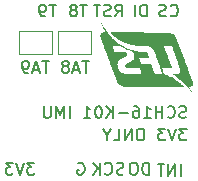
<source format=gbr>
%TF.GenerationSoftware,KiCad,Pcbnew,9.0.1*%
%TF.CreationDate,2025-06-14T19:14:14-04:00*%
%TF.ProjectId,SCH16TBreakout,53434831-3654-4427-9265-616b6f75742e,rev?*%
%TF.SameCoordinates,Original*%
%TF.FileFunction,Legend,Bot*%
%TF.FilePolarity,Positive*%
%FSLAX46Y46*%
G04 Gerber Fmt 4.6, Leading zero omitted, Abs format (unit mm)*
G04 Created by KiCad (PCBNEW 9.0.1) date 2025-06-14 19:14:14*
%MOMM*%
%LPD*%
G01*
G04 APERTURE LIST*
G04 Aperture macros list*
%AMFreePoly0*
4,1,6,1.000000,0.000000,0.500000,-0.750000,-0.500000,-0.750000,-0.500000,0.750000,0.500000,0.750000,1.000000,0.000000,1.000000,0.000000,$1*%
%AMFreePoly1*
4,1,6,0.500000,-0.750000,-0.650000,-0.750000,-0.150000,0.000000,-0.650000,0.750000,0.500000,0.750000,0.500000,-0.750000,0.500000,-0.750000,$1*%
G04 Aperture macros list end*
%ADD10C,0.150000*%
%ADD11C,0.120000*%
%ADD12C,0.000000*%
%ADD13C,3.500000*%
%ADD14R,1.700000X1.700000*%
%ADD15C,1.700000*%
%ADD16FreePoly0,0.000000*%
%ADD17FreePoly1,0.000000*%
%ADD18FreePoly0,180.000000*%
%ADD19FreePoly1,180.000000*%
G04 APERTURE END LIST*
D10*
X42863220Y-66969819D02*
X42863220Y-65969819D01*
X42387030Y-66969819D02*
X42387030Y-65969819D01*
X42387030Y-65969819D02*
X41815602Y-66969819D01*
X41815602Y-66969819D02*
X41815602Y-65969819D01*
X41482268Y-65969819D02*
X40910840Y-65969819D01*
X41196554Y-66969819D02*
X41196554Y-65969819D01*
X30458458Y-65869819D02*
X29839411Y-65869819D01*
X29839411Y-65869819D02*
X30172744Y-66250771D01*
X30172744Y-66250771D02*
X30029887Y-66250771D01*
X30029887Y-66250771D02*
X29934649Y-66298390D01*
X29934649Y-66298390D02*
X29887030Y-66346009D01*
X29887030Y-66346009D02*
X29839411Y-66441247D01*
X29839411Y-66441247D02*
X29839411Y-66679342D01*
X29839411Y-66679342D02*
X29887030Y-66774580D01*
X29887030Y-66774580D02*
X29934649Y-66822200D01*
X29934649Y-66822200D02*
X30029887Y-66869819D01*
X30029887Y-66869819D02*
X30315601Y-66869819D01*
X30315601Y-66869819D02*
X30410839Y-66822200D01*
X30410839Y-66822200D02*
X30458458Y-66774580D01*
X29553696Y-65869819D02*
X29220363Y-66869819D01*
X29220363Y-66869819D02*
X28887030Y-65869819D01*
X28648934Y-65869819D02*
X28029887Y-65869819D01*
X28029887Y-65869819D02*
X28363220Y-66250771D01*
X28363220Y-66250771D02*
X28220363Y-66250771D01*
X28220363Y-66250771D02*
X28125125Y-66298390D01*
X28125125Y-66298390D02*
X28077506Y-66346009D01*
X28077506Y-66346009D02*
X28029887Y-66441247D01*
X28029887Y-66441247D02*
X28029887Y-66679342D01*
X28029887Y-66679342D02*
X28077506Y-66774580D01*
X28077506Y-66774580D02*
X28125125Y-66822200D01*
X28125125Y-66822200D02*
X28220363Y-66869819D01*
X28220363Y-66869819D02*
X28506077Y-66869819D01*
X28506077Y-66869819D02*
X28601315Y-66822200D01*
X28601315Y-66822200D02*
X28648934Y-66774580D01*
X39963220Y-53469819D02*
X39963220Y-52469819D01*
X39963220Y-52469819D02*
X39725125Y-52469819D01*
X39725125Y-52469819D02*
X39582268Y-52517438D01*
X39582268Y-52517438D02*
X39487030Y-52612676D01*
X39487030Y-52612676D02*
X39439411Y-52707914D01*
X39439411Y-52707914D02*
X39391792Y-52898390D01*
X39391792Y-52898390D02*
X39391792Y-53041247D01*
X39391792Y-53041247D02*
X39439411Y-53231723D01*
X39439411Y-53231723D02*
X39487030Y-53326961D01*
X39487030Y-53326961D02*
X39582268Y-53422200D01*
X39582268Y-53422200D02*
X39725125Y-53469819D01*
X39725125Y-53469819D02*
X39963220Y-53469819D01*
X38963220Y-53469819D02*
X38963220Y-52469819D01*
X43358458Y-62969819D02*
X42739411Y-62969819D01*
X42739411Y-62969819D02*
X43072744Y-63350771D01*
X43072744Y-63350771D02*
X42929887Y-63350771D01*
X42929887Y-63350771D02*
X42834649Y-63398390D01*
X42834649Y-63398390D02*
X42787030Y-63446009D01*
X42787030Y-63446009D02*
X42739411Y-63541247D01*
X42739411Y-63541247D02*
X42739411Y-63779342D01*
X42739411Y-63779342D02*
X42787030Y-63874580D01*
X42787030Y-63874580D02*
X42834649Y-63922200D01*
X42834649Y-63922200D02*
X42929887Y-63969819D01*
X42929887Y-63969819D02*
X43215601Y-63969819D01*
X43215601Y-63969819D02*
X43310839Y-63922200D01*
X43310839Y-63922200D02*
X43358458Y-63874580D01*
X42453696Y-62969819D02*
X42120363Y-63969819D01*
X42120363Y-63969819D02*
X41787030Y-62969819D01*
X41548934Y-62969819D02*
X40929887Y-62969819D01*
X40929887Y-62969819D02*
X41263220Y-63350771D01*
X41263220Y-63350771D02*
X41120363Y-63350771D01*
X41120363Y-63350771D02*
X41025125Y-63398390D01*
X41025125Y-63398390D02*
X40977506Y-63446009D01*
X40977506Y-63446009D02*
X40929887Y-63541247D01*
X40929887Y-63541247D02*
X40929887Y-63779342D01*
X40929887Y-63779342D02*
X40977506Y-63874580D01*
X40977506Y-63874580D02*
X41025125Y-63922200D01*
X41025125Y-63922200D02*
X41120363Y-63969819D01*
X41120363Y-63969819D02*
X41406077Y-63969819D01*
X41406077Y-63969819D02*
X41501315Y-63922200D01*
X41501315Y-63922200D02*
X41548934Y-63874580D01*
X39548934Y-62969819D02*
X39358458Y-62969819D01*
X39358458Y-62969819D02*
X39263220Y-63017438D01*
X39263220Y-63017438D02*
X39167982Y-63112676D01*
X39167982Y-63112676D02*
X39120363Y-63303152D01*
X39120363Y-63303152D02*
X39120363Y-63636485D01*
X39120363Y-63636485D02*
X39167982Y-63826961D01*
X39167982Y-63826961D02*
X39263220Y-63922200D01*
X39263220Y-63922200D02*
X39358458Y-63969819D01*
X39358458Y-63969819D02*
X39548934Y-63969819D01*
X39548934Y-63969819D02*
X39644172Y-63922200D01*
X39644172Y-63922200D02*
X39739410Y-63826961D01*
X39739410Y-63826961D02*
X39787029Y-63636485D01*
X39787029Y-63636485D02*
X39787029Y-63303152D01*
X39787029Y-63303152D02*
X39739410Y-63112676D01*
X39739410Y-63112676D02*
X39644172Y-63017438D01*
X39644172Y-63017438D02*
X39548934Y-62969819D01*
X38691791Y-63969819D02*
X38691791Y-62969819D01*
X38691791Y-62969819D02*
X38120363Y-63969819D01*
X38120363Y-63969819D02*
X38120363Y-62969819D01*
X37167982Y-63969819D02*
X37644172Y-63969819D01*
X37644172Y-63969819D02*
X37644172Y-62969819D01*
X36644172Y-63493628D02*
X36644172Y-63969819D01*
X36977505Y-62969819D02*
X36644172Y-63493628D01*
X36644172Y-63493628D02*
X36310839Y-62969819D01*
X43310839Y-62022200D02*
X43167982Y-62069819D01*
X43167982Y-62069819D02*
X42929887Y-62069819D01*
X42929887Y-62069819D02*
X42834649Y-62022200D01*
X42834649Y-62022200D02*
X42787030Y-61974580D01*
X42787030Y-61974580D02*
X42739411Y-61879342D01*
X42739411Y-61879342D02*
X42739411Y-61784104D01*
X42739411Y-61784104D02*
X42787030Y-61688866D01*
X42787030Y-61688866D02*
X42834649Y-61641247D01*
X42834649Y-61641247D02*
X42929887Y-61593628D01*
X42929887Y-61593628D02*
X43120363Y-61546009D01*
X43120363Y-61546009D02*
X43215601Y-61498390D01*
X43215601Y-61498390D02*
X43263220Y-61450771D01*
X43263220Y-61450771D02*
X43310839Y-61355533D01*
X43310839Y-61355533D02*
X43310839Y-61260295D01*
X43310839Y-61260295D02*
X43263220Y-61165057D01*
X43263220Y-61165057D02*
X43215601Y-61117438D01*
X43215601Y-61117438D02*
X43120363Y-61069819D01*
X43120363Y-61069819D02*
X42882268Y-61069819D01*
X42882268Y-61069819D02*
X42739411Y-61117438D01*
X41739411Y-61974580D02*
X41787030Y-62022200D01*
X41787030Y-62022200D02*
X41929887Y-62069819D01*
X41929887Y-62069819D02*
X42025125Y-62069819D01*
X42025125Y-62069819D02*
X42167982Y-62022200D01*
X42167982Y-62022200D02*
X42263220Y-61926961D01*
X42263220Y-61926961D02*
X42310839Y-61831723D01*
X42310839Y-61831723D02*
X42358458Y-61641247D01*
X42358458Y-61641247D02*
X42358458Y-61498390D01*
X42358458Y-61498390D02*
X42310839Y-61307914D01*
X42310839Y-61307914D02*
X42263220Y-61212676D01*
X42263220Y-61212676D02*
X42167982Y-61117438D01*
X42167982Y-61117438D02*
X42025125Y-61069819D01*
X42025125Y-61069819D02*
X41929887Y-61069819D01*
X41929887Y-61069819D02*
X41787030Y-61117438D01*
X41787030Y-61117438D02*
X41739411Y-61165057D01*
X41310839Y-62069819D02*
X41310839Y-61069819D01*
X41310839Y-61546009D02*
X40739411Y-61546009D01*
X40739411Y-62069819D02*
X40739411Y-61069819D01*
X39739411Y-62069819D02*
X40310839Y-62069819D01*
X40025125Y-62069819D02*
X40025125Y-61069819D01*
X40025125Y-61069819D02*
X40120363Y-61212676D01*
X40120363Y-61212676D02*
X40215601Y-61307914D01*
X40215601Y-61307914D02*
X40310839Y-61355533D01*
X38882268Y-61069819D02*
X39072744Y-61069819D01*
X39072744Y-61069819D02*
X39167982Y-61117438D01*
X39167982Y-61117438D02*
X39215601Y-61165057D01*
X39215601Y-61165057D02*
X39310839Y-61307914D01*
X39310839Y-61307914D02*
X39358458Y-61498390D01*
X39358458Y-61498390D02*
X39358458Y-61879342D01*
X39358458Y-61879342D02*
X39310839Y-61974580D01*
X39310839Y-61974580D02*
X39263220Y-62022200D01*
X39263220Y-62022200D02*
X39167982Y-62069819D01*
X39167982Y-62069819D02*
X38977506Y-62069819D01*
X38977506Y-62069819D02*
X38882268Y-62022200D01*
X38882268Y-62022200D02*
X38834649Y-61974580D01*
X38834649Y-61974580D02*
X38787030Y-61879342D01*
X38787030Y-61879342D02*
X38787030Y-61641247D01*
X38787030Y-61641247D02*
X38834649Y-61546009D01*
X38834649Y-61546009D02*
X38882268Y-61498390D01*
X38882268Y-61498390D02*
X38977506Y-61450771D01*
X38977506Y-61450771D02*
X39167982Y-61450771D01*
X39167982Y-61450771D02*
X39263220Y-61498390D01*
X39263220Y-61498390D02*
X39310839Y-61546009D01*
X39310839Y-61546009D02*
X39358458Y-61641247D01*
X38358458Y-61688866D02*
X37596554Y-61688866D01*
X37120363Y-62069819D02*
X37120363Y-61069819D01*
X36548935Y-62069819D02*
X36977506Y-61498390D01*
X36548935Y-61069819D02*
X37120363Y-61641247D01*
X35929887Y-61069819D02*
X35834649Y-61069819D01*
X35834649Y-61069819D02*
X35739411Y-61117438D01*
X35739411Y-61117438D02*
X35691792Y-61165057D01*
X35691792Y-61165057D02*
X35644173Y-61260295D01*
X35644173Y-61260295D02*
X35596554Y-61450771D01*
X35596554Y-61450771D02*
X35596554Y-61688866D01*
X35596554Y-61688866D02*
X35644173Y-61879342D01*
X35644173Y-61879342D02*
X35691792Y-61974580D01*
X35691792Y-61974580D02*
X35739411Y-62022200D01*
X35739411Y-62022200D02*
X35834649Y-62069819D01*
X35834649Y-62069819D02*
X35929887Y-62069819D01*
X35929887Y-62069819D02*
X36025125Y-62022200D01*
X36025125Y-62022200D02*
X36072744Y-61974580D01*
X36072744Y-61974580D02*
X36120363Y-61879342D01*
X36120363Y-61879342D02*
X36167982Y-61688866D01*
X36167982Y-61688866D02*
X36167982Y-61450771D01*
X36167982Y-61450771D02*
X36120363Y-61260295D01*
X36120363Y-61260295D02*
X36072744Y-61165057D01*
X36072744Y-61165057D02*
X36025125Y-61117438D01*
X36025125Y-61117438D02*
X35929887Y-61069819D01*
X34644173Y-62069819D02*
X35215601Y-62069819D01*
X34929887Y-62069819D02*
X34929887Y-61069819D01*
X34929887Y-61069819D02*
X35025125Y-61212676D01*
X35025125Y-61212676D02*
X35120363Y-61307914D01*
X35120363Y-61307914D02*
X35215601Y-61355533D01*
X33453696Y-62069819D02*
X33453696Y-61069819D01*
X32977506Y-62069819D02*
X32977506Y-61069819D01*
X32977506Y-61069819D02*
X32644173Y-61784104D01*
X32644173Y-61784104D02*
X32310840Y-61069819D01*
X32310840Y-61069819D02*
X32310840Y-62069819D01*
X31834649Y-61069819D02*
X31834649Y-61879342D01*
X31834649Y-61879342D02*
X31787030Y-61974580D01*
X31787030Y-61974580D02*
X31739411Y-62022200D01*
X31739411Y-62022200D02*
X31644173Y-62069819D01*
X31644173Y-62069819D02*
X31453697Y-62069819D01*
X31453697Y-62069819D02*
X31358459Y-62022200D01*
X31358459Y-62022200D02*
X31310840Y-61974580D01*
X31310840Y-61974580D02*
X31263221Y-61879342D01*
X31263221Y-61879342D02*
X31263221Y-61069819D01*
X31706077Y-57269819D02*
X31134649Y-57269819D01*
X31420363Y-58269819D02*
X31420363Y-57269819D01*
X30848934Y-57984104D02*
X30372744Y-57984104D01*
X30944172Y-58269819D02*
X30610839Y-57269819D01*
X30610839Y-57269819D02*
X30277506Y-58269819D01*
X29896553Y-58269819D02*
X29706077Y-58269819D01*
X29706077Y-58269819D02*
X29610839Y-58222200D01*
X29610839Y-58222200D02*
X29563220Y-58174580D01*
X29563220Y-58174580D02*
X29467982Y-58031723D01*
X29467982Y-58031723D02*
X29420363Y-57841247D01*
X29420363Y-57841247D02*
X29420363Y-57460295D01*
X29420363Y-57460295D02*
X29467982Y-57365057D01*
X29467982Y-57365057D02*
X29515601Y-57317438D01*
X29515601Y-57317438D02*
X29610839Y-57269819D01*
X29610839Y-57269819D02*
X29801315Y-57269819D01*
X29801315Y-57269819D02*
X29896553Y-57317438D01*
X29896553Y-57317438D02*
X29944172Y-57365057D01*
X29944172Y-57365057D02*
X29991791Y-57460295D01*
X29991791Y-57460295D02*
X29991791Y-57698390D01*
X29991791Y-57698390D02*
X29944172Y-57793628D01*
X29944172Y-57793628D02*
X29896553Y-57841247D01*
X29896553Y-57841247D02*
X29801315Y-57888866D01*
X29801315Y-57888866D02*
X29610839Y-57888866D01*
X29610839Y-57888866D02*
X29515601Y-57841247D01*
X29515601Y-57841247D02*
X29467982Y-57793628D01*
X29467982Y-57793628D02*
X29420363Y-57698390D01*
X32306077Y-52469819D02*
X31734649Y-52469819D01*
X32020363Y-53469819D02*
X32020363Y-52469819D01*
X31353696Y-53469819D02*
X31163220Y-53469819D01*
X31163220Y-53469819D02*
X31067982Y-53422200D01*
X31067982Y-53422200D02*
X31020363Y-53374580D01*
X31020363Y-53374580D02*
X30925125Y-53231723D01*
X30925125Y-53231723D02*
X30877506Y-53041247D01*
X30877506Y-53041247D02*
X30877506Y-52660295D01*
X30877506Y-52660295D02*
X30925125Y-52565057D01*
X30925125Y-52565057D02*
X30972744Y-52517438D01*
X30972744Y-52517438D02*
X31067982Y-52469819D01*
X31067982Y-52469819D02*
X31258458Y-52469819D01*
X31258458Y-52469819D02*
X31353696Y-52517438D01*
X31353696Y-52517438D02*
X31401315Y-52565057D01*
X31401315Y-52565057D02*
X31448934Y-52660295D01*
X31448934Y-52660295D02*
X31448934Y-52898390D01*
X31448934Y-52898390D02*
X31401315Y-52993628D01*
X31401315Y-52993628D02*
X31353696Y-53041247D01*
X31353696Y-53041247D02*
X31258458Y-53088866D01*
X31258458Y-53088866D02*
X31067982Y-53088866D01*
X31067982Y-53088866D02*
X30972744Y-53041247D01*
X30972744Y-53041247D02*
X30925125Y-52993628D01*
X30925125Y-52993628D02*
X30877506Y-52898390D01*
X41991792Y-53374580D02*
X42039411Y-53422200D01*
X42039411Y-53422200D02*
X42182268Y-53469819D01*
X42182268Y-53469819D02*
X42277506Y-53469819D01*
X42277506Y-53469819D02*
X42420363Y-53422200D01*
X42420363Y-53422200D02*
X42515601Y-53326961D01*
X42515601Y-53326961D02*
X42563220Y-53231723D01*
X42563220Y-53231723D02*
X42610839Y-53041247D01*
X42610839Y-53041247D02*
X42610839Y-52898390D01*
X42610839Y-52898390D02*
X42563220Y-52707914D01*
X42563220Y-52707914D02*
X42515601Y-52612676D01*
X42515601Y-52612676D02*
X42420363Y-52517438D01*
X42420363Y-52517438D02*
X42277506Y-52469819D01*
X42277506Y-52469819D02*
X42182268Y-52469819D01*
X42182268Y-52469819D02*
X42039411Y-52517438D01*
X42039411Y-52517438D02*
X41991792Y-52565057D01*
X41610839Y-53422200D02*
X41467982Y-53469819D01*
X41467982Y-53469819D02*
X41229887Y-53469819D01*
X41229887Y-53469819D02*
X41134649Y-53422200D01*
X41134649Y-53422200D02*
X41087030Y-53374580D01*
X41087030Y-53374580D02*
X41039411Y-53279342D01*
X41039411Y-53279342D02*
X41039411Y-53184104D01*
X41039411Y-53184104D02*
X41087030Y-53088866D01*
X41087030Y-53088866D02*
X41134649Y-53041247D01*
X41134649Y-53041247D02*
X41229887Y-52993628D01*
X41229887Y-52993628D02*
X41420363Y-52946009D01*
X41420363Y-52946009D02*
X41515601Y-52898390D01*
X41515601Y-52898390D02*
X41563220Y-52850771D01*
X41563220Y-52850771D02*
X41610839Y-52755533D01*
X41610839Y-52755533D02*
X41610839Y-52660295D01*
X41610839Y-52660295D02*
X41563220Y-52565057D01*
X41563220Y-52565057D02*
X41515601Y-52517438D01*
X41515601Y-52517438D02*
X41420363Y-52469819D01*
X41420363Y-52469819D02*
X41182268Y-52469819D01*
X41182268Y-52469819D02*
X41039411Y-52517438D01*
X34139411Y-65917438D02*
X34234649Y-65869819D01*
X34234649Y-65869819D02*
X34377506Y-65869819D01*
X34377506Y-65869819D02*
X34520363Y-65917438D01*
X34520363Y-65917438D02*
X34615601Y-66012676D01*
X34615601Y-66012676D02*
X34663220Y-66107914D01*
X34663220Y-66107914D02*
X34710839Y-66298390D01*
X34710839Y-66298390D02*
X34710839Y-66441247D01*
X34710839Y-66441247D02*
X34663220Y-66631723D01*
X34663220Y-66631723D02*
X34615601Y-66726961D01*
X34615601Y-66726961D02*
X34520363Y-66822200D01*
X34520363Y-66822200D02*
X34377506Y-66869819D01*
X34377506Y-66869819D02*
X34282268Y-66869819D01*
X34282268Y-66869819D02*
X34139411Y-66822200D01*
X34139411Y-66822200D02*
X34091792Y-66774580D01*
X34091792Y-66774580D02*
X34091792Y-66441247D01*
X34091792Y-66441247D02*
X34282268Y-66441247D01*
X40163220Y-66869819D02*
X40163220Y-65869819D01*
X40163220Y-65869819D02*
X39925125Y-65869819D01*
X39925125Y-65869819D02*
X39782268Y-65917438D01*
X39782268Y-65917438D02*
X39687030Y-66012676D01*
X39687030Y-66012676D02*
X39639411Y-66107914D01*
X39639411Y-66107914D02*
X39591792Y-66298390D01*
X39591792Y-66298390D02*
X39591792Y-66441247D01*
X39591792Y-66441247D02*
X39639411Y-66631723D01*
X39639411Y-66631723D02*
X39687030Y-66726961D01*
X39687030Y-66726961D02*
X39782268Y-66822200D01*
X39782268Y-66822200D02*
X39925125Y-66869819D01*
X39925125Y-66869819D02*
X40163220Y-66869819D01*
X38972744Y-65869819D02*
X38782268Y-65869819D01*
X38782268Y-65869819D02*
X38687030Y-65917438D01*
X38687030Y-65917438D02*
X38591792Y-66012676D01*
X38591792Y-66012676D02*
X38544173Y-66203152D01*
X38544173Y-66203152D02*
X38544173Y-66536485D01*
X38544173Y-66536485D02*
X38591792Y-66726961D01*
X38591792Y-66726961D02*
X38687030Y-66822200D01*
X38687030Y-66822200D02*
X38782268Y-66869819D01*
X38782268Y-66869819D02*
X38972744Y-66869819D01*
X38972744Y-66869819D02*
X39067982Y-66822200D01*
X39067982Y-66822200D02*
X39163220Y-66726961D01*
X39163220Y-66726961D02*
X39210839Y-66536485D01*
X39210839Y-66536485D02*
X39210839Y-66203152D01*
X39210839Y-66203152D02*
X39163220Y-66012676D01*
X39163220Y-66012676D02*
X39067982Y-65917438D01*
X39067982Y-65917438D02*
X38972744Y-65869819D01*
X37291792Y-53469819D02*
X37625125Y-52993628D01*
X37863220Y-53469819D02*
X37863220Y-52469819D01*
X37863220Y-52469819D02*
X37482268Y-52469819D01*
X37482268Y-52469819D02*
X37387030Y-52517438D01*
X37387030Y-52517438D02*
X37339411Y-52565057D01*
X37339411Y-52565057D02*
X37291792Y-52660295D01*
X37291792Y-52660295D02*
X37291792Y-52803152D01*
X37291792Y-52803152D02*
X37339411Y-52898390D01*
X37339411Y-52898390D02*
X37387030Y-52946009D01*
X37387030Y-52946009D02*
X37482268Y-52993628D01*
X37482268Y-52993628D02*
X37863220Y-52993628D01*
X36910839Y-53422200D02*
X36767982Y-53469819D01*
X36767982Y-53469819D02*
X36529887Y-53469819D01*
X36529887Y-53469819D02*
X36434649Y-53422200D01*
X36434649Y-53422200D02*
X36387030Y-53374580D01*
X36387030Y-53374580D02*
X36339411Y-53279342D01*
X36339411Y-53279342D02*
X36339411Y-53184104D01*
X36339411Y-53184104D02*
X36387030Y-53088866D01*
X36387030Y-53088866D02*
X36434649Y-53041247D01*
X36434649Y-53041247D02*
X36529887Y-52993628D01*
X36529887Y-52993628D02*
X36720363Y-52946009D01*
X36720363Y-52946009D02*
X36815601Y-52898390D01*
X36815601Y-52898390D02*
X36863220Y-52850771D01*
X36863220Y-52850771D02*
X36910839Y-52755533D01*
X36910839Y-52755533D02*
X36910839Y-52660295D01*
X36910839Y-52660295D02*
X36863220Y-52565057D01*
X36863220Y-52565057D02*
X36815601Y-52517438D01*
X36815601Y-52517438D02*
X36720363Y-52469819D01*
X36720363Y-52469819D02*
X36482268Y-52469819D01*
X36482268Y-52469819D02*
X36339411Y-52517438D01*
X36053696Y-52469819D02*
X35482268Y-52469819D01*
X35767982Y-53469819D02*
X35767982Y-52469819D01*
X34906077Y-52469819D02*
X34334649Y-52469819D01*
X34620363Y-53469819D02*
X34620363Y-52469819D01*
X33858458Y-52898390D02*
X33953696Y-52850771D01*
X33953696Y-52850771D02*
X34001315Y-52803152D01*
X34001315Y-52803152D02*
X34048934Y-52707914D01*
X34048934Y-52707914D02*
X34048934Y-52660295D01*
X34048934Y-52660295D02*
X34001315Y-52565057D01*
X34001315Y-52565057D02*
X33953696Y-52517438D01*
X33953696Y-52517438D02*
X33858458Y-52469819D01*
X33858458Y-52469819D02*
X33667982Y-52469819D01*
X33667982Y-52469819D02*
X33572744Y-52517438D01*
X33572744Y-52517438D02*
X33525125Y-52565057D01*
X33525125Y-52565057D02*
X33477506Y-52660295D01*
X33477506Y-52660295D02*
X33477506Y-52707914D01*
X33477506Y-52707914D02*
X33525125Y-52803152D01*
X33525125Y-52803152D02*
X33572744Y-52850771D01*
X33572744Y-52850771D02*
X33667982Y-52898390D01*
X33667982Y-52898390D02*
X33858458Y-52898390D01*
X33858458Y-52898390D02*
X33953696Y-52946009D01*
X33953696Y-52946009D02*
X34001315Y-52993628D01*
X34001315Y-52993628D02*
X34048934Y-53088866D01*
X34048934Y-53088866D02*
X34048934Y-53279342D01*
X34048934Y-53279342D02*
X34001315Y-53374580D01*
X34001315Y-53374580D02*
X33953696Y-53422200D01*
X33953696Y-53422200D02*
X33858458Y-53469819D01*
X33858458Y-53469819D02*
X33667982Y-53469819D01*
X33667982Y-53469819D02*
X33572744Y-53422200D01*
X33572744Y-53422200D02*
X33525125Y-53374580D01*
X33525125Y-53374580D02*
X33477506Y-53279342D01*
X33477506Y-53279342D02*
X33477506Y-53088866D01*
X33477506Y-53088866D02*
X33525125Y-52993628D01*
X33525125Y-52993628D02*
X33572744Y-52946009D01*
X33572744Y-52946009D02*
X33667982Y-52898390D01*
X35106077Y-57269819D02*
X34534649Y-57269819D01*
X34820363Y-58269819D02*
X34820363Y-57269819D01*
X34248934Y-57984104D02*
X33772744Y-57984104D01*
X34344172Y-58269819D02*
X34010839Y-57269819D01*
X34010839Y-57269819D02*
X33677506Y-58269819D01*
X33201315Y-57698390D02*
X33296553Y-57650771D01*
X33296553Y-57650771D02*
X33344172Y-57603152D01*
X33344172Y-57603152D02*
X33391791Y-57507914D01*
X33391791Y-57507914D02*
X33391791Y-57460295D01*
X33391791Y-57460295D02*
X33344172Y-57365057D01*
X33344172Y-57365057D02*
X33296553Y-57317438D01*
X33296553Y-57317438D02*
X33201315Y-57269819D01*
X33201315Y-57269819D02*
X33010839Y-57269819D01*
X33010839Y-57269819D02*
X32915601Y-57317438D01*
X32915601Y-57317438D02*
X32867982Y-57365057D01*
X32867982Y-57365057D02*
X32820363Y-57460295D01*
X32820363Y-57460295D02*
X32820363Y-57507914D01*
X32820363Y-57507914D02*
X32867982Y-57603152D01*
X32867982Y-57603152D02*
X32915601Y-57650771D01*
X32915601Y-57650771D02*
X33010839Y-57698390D01*
X33010839Y-57698390D02*
X33201315Y-57698390D01*
X33201315Y-57698390D02*
X33296553Y-57746009D01*
X33296553Y-57746009D02*
X33344172Y-57793628D01*
X33344172Y-57793628D02*
X33391791Y-57888866D01*
X33391791Y-57888866D02*
X33391791Y-58079342D01*
X33391791Y-58079342D02*
X33344172Y-58174580D01*
X33344172Y-58174580D02*
X33296553Y-58222200D01*
X33296553Y-58222200D02*
X33201315Y-58269819D01*
X33201315Y-58269819D02*
X33010839Y-58269819D01*
X33010839Y-58269819D02*
X32915601Y-58222200D01*
X32915601Y-58222200D02*
X32867982Y-58174580D01*
X32867982Y-58174580D02*
X32820363Y-58079342D01*
X32820363Y-58079342D02*
X32820363Y-57888866D01*
X32820363Y-57888866D02*
X32867982Y-57793628D01*
X32867982Y-57793628D02*
X32915601Y-57746009D01*
X32915601Y-57746009D02*
X33010839Y-57698390D01*
X38010839Y-66822200D02*
X37867982Y-66869819D01*
X37867982Y-66869819D02*
X37629887Y-66869819D01*
X37629887Y-66869819D02*
X37534649Y-66822200D01*
X37534649Y-66822200D02*
X37487030Y-66774580D01*
X37487030Y-66774580D02*
X37439411Y-66679342D01*
X37439411Y-66679342D02*
X37439411Y-66584104D01*
X37439411Y-66584104D02*
X37487030Y-66488866D01*
X37487030Y-66488866D02*
X37534649Y-66441247D01*
X37534649Y-66441247D02*
X37629887Y-66393628D01*
X37629887Y-66393628D02*
X37820363Y-66346009D01*
X37820363Y-66346009D02*
X37915601Y-66298390D01*
X37915601Y-66298390D02*
X37963220Y-66250771D01*
X37963220Y-66250771D02*
X38010839Y-66155533D01*
X38010839Y-66155533D02*
X38010839Y-66060295D01*
X38010839Y-66060295D02*
X37963220Y-65965057D01*
X37963220Y-65965057D02*
X37915601Y-65917438D01*
X37915601Y-65917438D02*
X37820363Y-65869819D01*
X37820363Y-65869819D02*
X37582268Y-65869819D01*
X37582268Y-65869819D02*
X37439411Y-65917438D01*
X36439411Y-66774580D02*
X36487030Y-66822200D01*
X36487030Y-66822200D02*
X36629887Y-66869819D01*
X36629887Y-66869819D02*
X36725125Y-66869819D01*
X36725125Y-66869819D02*
X36867982Y-66822200D01*
X36867982Y-66822200D02*
X36963220Y-66726961D01*
X36963220Y-66726961D02*
X37010839Y-66631723D01*
X37010839Y-66631723D02*
X37058458Y-66441247D01*
X37058458Y-66441247D02*
X37058458Y-66298390D01*
X37058458Y-66298390D02*
X37010839Y-66107914D01*
X37010839Y-66107914D02*
X36963220Y-66012676D01*
X36963220Y-66012676D02*
X36867982Y-65917438D01*
X36867982Y-65917438D02*
X36725125Y-65869819D01*
X36725125Y-65869819D02*
X36629887Y-65869819D01*
X36629887Y-65869819D02*
X36487030Y-65917438D01*
X36487030Y-65917438D02*
X36439411Y-65965057D01*
X36010839Y-66869819D02*
X36010839Y-65869819D01*
X35439411Y-66869819D02*
X35867982Y-66298390D01*
X35439411Y-65869819D02*
X36010839Y-66441247D01*
D11*
%TO.C,JP1*%
X32500000Y-54700000D02*
X32500000Y-56700000D01*
X32500000Y-56700000D02*
X35300000Y-56700000D01*
X35300000Y-54700000D02*
X32500000Y-54700000D01*
X35300000Y-56700000D02*
X35300000Y-54700000D01*
D12*
%TO.C,G\u002A\u002A\u002A*%
G36*
X41527777Y-58365343D02*
G01*
X41529269Y-58365781D01*
X41624612Y-58398488D01*
X41732187Y-58443668D01*
X41850167Y-58500272D01*
X41976723Y-58567259D01*
X42110029Y-58643580D01*
X42248255Y-58728191D01*
X42389578Y-58820046D01*
X42532166Y-58918099D01*
X42674193Y-59021305D01*
X42682995Y-59027911D01*
X42731647Y-59065315D01*
X42785278Y-59107790D01*
X42841857Y-59153609D01*
X42899364Y-59201047D01*
X42955772Y-59248377D01*
X43009057Y-59293875D01*
X43057193Y-59335813D01*
X43098159Y-59372468D01*
X43129926Y-59402113D01*
X43150471Y-59423021D01*
X43157770Y-59433468D01*
X43155453Y-59433841D01*
X43136676Y-59434538D01*
X43099901Y-59435153D01*
X43046162Y-59435685D01*
X42976493Y-59436138D01*
X42891931Y-59436514D01*
X42793504Y-59436813D01*
X42682251Y-59437038D01*
X42559206Y-59437190D01*
X42425402Y-59437271D01*
X42281874Y-59437286D01*
X42129656Y-59437233D01*
X41969781Y-59437114D01*
X41803285Y-59436933D01*
X41631201Y-59436690D01*
X41454564Y-59436388D01*
X41274408Y-59436029D01*
X41091767Y-59435613D01*
X40907675Y-59435144D01*
X40723167Y-59434623D01*
X40539277Y-59434051D01*
X40357039Y-59433431D01*
X40177488Y-59432765D01*
X40001656Y-59432054D01*
X39830580Y-59431300D01*
X39665292Y-59430505D01*
X39506827Y-59429671D01*
X39356220Y-59428800D01*
X39214504Y-59427893D01*
X39082715Y-59426953D01*
X38961885Y-59425981D01*
X38082654Y-59418433D01*
X37995502Y-59392006D01*
X37968444Y-59383467D01*
X37849109Y-59336464D01*
X37743285Y-59277750D01*
X37649895Y-59206239D01*
X37567863Y-59120848D01*
X37496114Y-59020490D01*
X37433572Y-58904082D01*
X37379161Y-58770538D01*
X37360958Y-58719779D01*
X37335019Y-58648172D01*
X37303264Y-58561058D01*
X37266231Y-58459891D01*
X37224457Y-58346131D01*
X37178481Y-58221231D01*
X37128842Y-58086650D01*
X37076076Y-57943843D01*
X37020724Y-57794269D01*
X36963322Y-57639380D01*
X36904409Y-57480636D01*
X36844523Y-57319492D01*
X36784203Y-57157406D01*
X36723986Y-56995833D01*
X36664411Y-56836230D01*
X36661771Y-56829163D01*
X36624384Y-56729024D01*
X36584518Y-56622154D01*
X36543729Y-56512724D01*
X36503569Y-56404907D01*
X36465592Y-56302874D01*
X36431353Y-56210795D01*
X36402406Y-56132846D01*
X36394284Y-56110954D01*
X36343308Y-55973563D01*
X37089958Y-55973563D01*
X37096786Y-56001915D01*
X37099584Y-56011888D01*
X37108588Y-56040713D01*
X37122402Y-56083214D01*
X37140057Y-56136484D01*
X37160579Y-56197614D01*
X37182997Y-56263698D01*
X37206337Y-56331830D01*
X37229628Y-56399099D01*
X37240534Y-56426937D01*
X37254798Y-56450441D01*
X37270277Y-56460114D01*
X37274841Y-56460638D01*
X37297662Y-56461744D01*
X37336808Y-56462863D01*
X37390121Y-56463960D01*
X37455443Y-56464999D01*
X37530617Y-56465942D01*
X37613484Y-56466754D01*
X37701887Y-56467398D01*
X38112427Y-56469884D01*
X38178233Y-56502295D01*
X38214582Y-56522541D01*
X38256797Y-56557304D01*
X38285186Y-56600037D01*
X38303194Y-56654954D01*
X38304504Y-56661043D01*
X38309348Y-56704670D01*
X38303566Y-56744205D01*
X38301115Y-56752599D01*
X38291599Y-56775833D01*
X38277272Y-56797653D01*
X38256276Y-56819405D01*
X38226752Y-56842438D01*
X38186842Y-56868097D01*
X38134689Y-56897732D01*
X38068433Y-56932688D01*
X37986220Y-56974314D01*
X37982967Y-56975940D01*
X37900537Y-57017439D01*
X37833416Y-57051946D01*
X37779341Y-57080799D01*
X37736048Y-57105327D01*
X37701274Y-57126865D01*
X37672755Y-57146748D01*
X37648226Y-57166307D01*
X37625426Y-57186879D01*
X37612029Y-57200163D01*
X37560143Y-57267089D01*
X37524617Y-57343444D01*
X37505405Y-57429545D01*
X37502460Y-57525713D01*
X37515739Y-57632265D01*
X37545195Y-57749523D01*
X37558538Y-57790172D01*
X37580675Y-57850101D01*
X37604379Y-57907696D01*
X37626376Y-57954677D01*
X37661887Y-58015305D01*
X37731109Y-58102631D01*
X37815079Y-58177980D01*
X37912920Y-58240727D01*
X38023753Y-58290244D01*
X38146702Y-58325907D01*
X38147151Y-58326006D01*
X38168539Y-58330046D01*
X38194216Y-58333461D01*
X38226088Y-58336327D01*
X38266061Y-58338721D01*
X38316040Y-58340719D01*
X38377932Y-58342399D01*
X38453645Y-58343836D01*
X38545084Y-58345108D01*
X38654154Y-58346291D01*
X38681694Y-58346562D01*
X38784384Y-58347604D01*
X38889338Y-58348704D01*
X38992925Y-58349825D01*
X39091508Y-58350926D01*
X39181455Y-58351967D01*
X39259131Y-58352907D01*
X39320904Y-58353705D01*
X39364627Y-58354242D01*
X39425258Y-58354784D01*
X39477087Y-58355001D01*
X39517430Y-58354897D01*
X39543602Y-58354469D01*
X39552923Y-58353717D01*
X39552922Y-58353652D01*
X39549689Y-58341387D01*
X39540952Y-58313891D01*
X39527782Y-58274230D01*
X39511249Y-58225472D01*
X39492422Y-58170685D01*
X39472371Y-58112934D01*
X39452166Y-58055288D01*
X39432877Y-58000813D01*
X39415574Y-57952576D01*
X39401326Y-57913645D01*
X39391204Y-57887086D01*
X39386277Y-57875967D01*
X39385552Y-57875323D01*
X39376961Y-57872541D01*
X39358887Y-57870128D01*
X39330075Y-57868046D01*
X39289266Y-57866258D01*
X39235203Y-57864727D01*
X39166630Y-57863417D01*
X39082290Y-57862289D01*
X38980926Y-57861306D01*
X38861280Y-57860432D01*
X38346423Y-57857115D01*
X38281863Y-57826525D01*
X38257641Y-57814085D01*
X38209129Y-57779587D01*
X38175891Y-57737836D01*
X38155018Y-57685598D01*
X38151842Y-57672318D01*
X38148551Y-57620789D01*
X38162472Y-57573939D01*
X38194613Y-57527720D01*
X38201415Y-57520406D01*
X38217349Y-57505916D01*
X38238527Y-57490099D01*
X38266990Y-57471733D01*
X38304785Y-57449596D01*
X38353957Y-57422464D01*
X38416552Y-57389114D01*
X38494615Y-57348322D01*
X38497808Y-57346664D01*
X38574250Y-57306743D01*
X38635630Y-57274108D01*
X38684270Y-57247349D01*
X38722492Y-57225060D01*
X38752618Y-57205831D01*
X38776971Y-57188254D01*
X38797871Y-57170922D01*
X38817642Y-57152425D01*
X38818919Y-57151172D01*
X38864169Y-57102105D01*
X38896289Y-57054653D01*
X38917435Y-57003659D01*
X38929759Y-56943968D01*
X38935414Y-56870423D01*
X38935937Y-56847354D01*
X38931135Y-56754708D01*
X38915698Y-56669593D01*
X38890464Y-56594660D01*
X38856269Y-56532557D01*
X38813951Y-56485933D01*
X38804786Y-56479650D01*
X38776172Y-56464184D01*
X38735413Y-56444967D01*
X38686520Y-56423850D01*
X38633502Y-56402681D01*
X38507009Y-56351662D01*
X38345745Y-56280204D01*
X38181619Y-56201052D01*
X38020921Y-56117262D01*
X37869940Y-56031886D01*
X37795132Y-55987658D01*
X37442545Y-55980610D01*
X37089958Y-55973563D01*
X36343308Y-55973563D01*
X36338859Y-55961572D01*
X36289776Y-55829245D01*
X36246644Y-55712856D01*
X36209072Y-55611293D01*
X36176670Y-55523438D01*
X36149047Y-55448179D01*
X36125813Y-55384398D01*
X36106577Y-55330984D01*
X36090949Y-55286818D01*
X36078538Y-55250787D01*
X36068954Y-55221776D01*
X36061806Y-55198670D01*
X36056704Y-55180354D01*
X36053257Y-55165713D01*
X36051074Y-55153632D01*
X36049766Y-55142996D01*
X36048941Y-55132690D01*
X36048209Y-55121599D01*
X36048378Y-55072441D01*
X36061011Y-55016397D01*
X36089383Y-54965991D01*
X36135291Y-54916994D01*
X36183793Y-54880363D01*
X36241103Y-54852768D01*
X36308545Y-54835225D01*
X36390135Y-54826307D01*
X36416348Y-54824475D01*
X36451912Y-54820634D01*
X36476319Y-54816211D01*
X36485385Y-54811841D01*
X36485204Y-54810642D01*
X36478941Y-54795712D01*
X36465542Y-54769748D01*
X36447458Y-54737550D01*
X36437988Y-54720977D01*
X36407384Y-54664699D01*
X36372496Y-54597462D01*
X36335872Y-54524398D01*
X36300057Y-54450638D01*
X36267600Y-54381317D01*
X36241046Y-54321565D01*
X36224729Y-54282231D01*
X36205152Y-54232809D01*
X36184967Y-54179986D01*
X36165277Y-54126845D01*
X36147191Y-54076474D01*
X36131814Y-54031952D01*
X36120248Y-53996369D01*
X36113603Y-53972806D01*
X36112985Y-53964350D01*
X36116752Y-53968026D01*
X36128758Y-53985456D01*
X36146318Y-54013941D01*
X36167123Y-54049831D01*
X36189064Y-54088434D01*
X36308148Y-54288998D01*
X36432181Y-54483715D01*
X36558914Y-54669268D01*
X36686097Y-54842340D01*
X36811480Y-54999615D01*
X36816349Y-55005430D01*
X36857593Y-55053445D01*
X36906743Y-55108955D01*
X36961488Y-55169497D01*
X37019514Y-55232609D01*
X37078510Y-55295828D01*
X37136161Y-55356691D01*
X37190157Y-55412736D01*
X37238183Y-55461501D01*
X37277927Y-55500522D01*
X37307078Y-55527337D01*
X37465509Y-55655212D01*
X37643474Y-55782522D01*
X37833818Y-55904242D01*
X38032957Y-56018431D01*
X38237308Y-56123148D01*
X38443288Y-56216451D01*
X38647316Y-56296399D01*
X38845808Y-56361051D01*
X38972637Y-56395435D01*
X39139882Y-56432495D01*
X39303690Y-56458298D01*
X39469275Y-56473444D01*
X39641851Y-56478536D01*
X39826631Y-56474174D01*
X39861651Y-56472807D01*
X39896076Y-56472911D01*
X39921367Y-56476038D01*
X39943459Y-56483051D01*
X39968285Y-56494816D01*
X39987667Y-56505533D01*
X40010434Y-56523013D01*
X40028965Y-56546737D01*
X40048784Y-56582739D01*
X40050867Y-56587039D01*
X40062018Y-56612819D01*
X40077262Y-56650804D01*
X40095358Y-56697616D01*
X40115066Y-56749874D01*
X40135145Y-56804199D01*
X40154354Y-56857209D01*
X40171454Y-56905527D01*
X40185204Y-56945768D01*
X40194364Y-56974557D01*
X40197692Y-56988512D01*
X40193557Y-56989073D01*
X40172344Y-56989879D01*
X40134883Y-56990613D01*
X40083158Y-56991255D01*
X40019154Y-56991789D01*
X39944854Y-56992192D01*
X39862244Y-56992449D01*
X39773308Y-56992538D01*
X39714801Y-56992608D01*
X39629460Y-56992972D01*
X39551596Y-56993618D01*
X39483219Y-56994511D01*
X39426339Y-56995617D01*
X39382967Y-56996900D01*
X39355113Y-56998328D01*
X39344786Y-56999865D01*
X39346600Y-57010696D01*
X39354106Y-57036865D01*
X39366258Y-57075298D01*
X39381990Y-57122948D01*
X39400237Y-57176765D01*
X39419934Y-57233700D01*
X39440017Y-57290705D01*
X39459422Y-57344728D01*
X39477083Y-57392724D01*
X39491938Y-57431643D01*
X39502918Y-57458434D01*
X39508962Y-57470052D01*
X39511036Y-57470822D01*
X39529388Y-57472967D01*
X39564852Y-57475070D01*
X39615645Y-57477077D01*
X39679981Y-57478934D01*
X39756075Y-57480587D01*
X39842144Y-57481981D01*
X39936403Y-57483062D01*
X40014677Y-57483897D01*
X40116740Y-57485396D01*
X40202011Y-57487196D01*
X40269939Y-57489279D01*
X40319976Y-57491626D01*
X40351574Y-57494220D01*
X40364182Y-57497043D01*
X40367216Y-57503463D01*
X40376306Y-57526531D01*
X40390486Y-57564233D01*
X40408982Y-57614410D01*
X40431021Y-57674900D01*
X40455831Y-57743546D01*
X40482638Y-57818184D01*
X40510669Y-57896657D01*
X40539150Y-57976803D01*
X40567309Y-58056464D01*
X40594373Y-58133480D01*
X40619568Y-58205687D01*
X40642123Y-58270930D01*
X40661260Y-58327046D01*
X40666709Y-58329074D01*
X40689132Y-58331883D01*
X40726257Y-58334584D01*
X40775252Y-58337118D01*
X40833289Y-58339427D01*
X40897538Y-58341450D01*
X40965170Y-58343130D01*
X41033355Y-58344406D01*
X41099266Y-58345220D01*
X41160073Y-58345513D01*
X41212946Y-58345225D01*
X41255056Y-58344299D01*
X41283574Y-58342673D01*
X41295673Y-58340291D01*
X41297120Y-58338359D01*
X41298043Y-58334240D01*
X41297536Y-58327076D01*
X41295171Y-58315587D01*
X41290521Y-58298492D01*
X41283156Y-58274512D01*
X41272648Y-58242368D01*
X41258570Y-58200780D01*
X41240493Y-58148468D01*
X41217989Y-58084153D01*
X41190630Y-58006555D01*
X41157987Y-57914395D01*
X41119632Y-57806393D01*
X41075138Y-57681269D01*
X41065362Y-57653783D01*
X41026798Y-57545301D01*
X40985528Y-57429124D01*
X40943096Y-57309603D01*
X40901045Y-57191088D01*
X40860919Y-57077928D01*
X40824261Y-56974474D01*
X40792615Y-56885077D01*
X40760816Y-56795289D01*
X40725801Y-56696847D01*
X40695994Y-56613798D01*
X40670712Y-56544434D01*
X40649271Y-56487048D01*
X40630989Y-56439931D01*
X40615181Y-56401376D01*
X40601163Y-56369675D01*
X40588253Y-56343121D01*
X40575765Y-56320006D01*
X40563020Y-56298622D01*
X40549331Y-56277261D01*
X40525945Y-56243577D01*
X40462128Y-56169669D01*
X40388744Y-56109762D01*
X40301538Y-56060129D01*
X40268539Y-56044488D01*
X40236209Y-56029998D01*
X40205819Y-56018015D01*
X40175222Y-56008255D01*
X40142270Y-56000436D01*
X40104815Y-55994273D01*
X40060711Y-55989484D01*
X40007807Y-55985785D01*
X39943961Y-55982893D01*
X39867020Y-55980526D01*
X39774838Y-55978400D01*
X39665270Y-55976231D01*
X39581688Y-55974476D01*
X39448033Y-55970805D01*
X39329607Y-55966133D01*
X39223665Y-55960147D01*
X39127461Y-55952535D01*
X39038249Y-55942985D01*
X38953284Y-55931186D01*
X38869819Y-55916825D01*
X38785109Y-55899589D01*
X38696409Y-55879168D01*
X38600973Y-55855248D01*
X38580760Y-55849948D01*
X38386045Y-55791385D01*
X38190649Y-55719590D01*
X37997440Y-55636075D01*
X37809277Y-55542356D01*
X37629024Y-55439945D01*
X37459543Y-55330355D01*
X37303696Y-55215099D01*
X37164346Y-55095692D01*
X37161932Y-55093444D01*
X37123435Y-55056808D01*
X37082394Y-55016497D01*
X37041176Y-54974979D01*
X37002145Y-54934723D01*
X36967670Y-54898200D01*
X36940115Y-54867879D01*
X36921846Y-54846228D01*
X36915231Y-54835718D01*
X36921169Y-54834853D01*
X36945687Y-54833880D01*
X36988610Y-54833051D01*
X37049304Y-54832365D01*
X37127134Y-54831821D01*
X37221464Y-54831419D01*
X37331659Y-54831156D01*
X37457084Y-54831031D01*
X37597105Y-54831041D01*
X37751085Y-54831190D01*
X37918391Y-54831471D01*
X38098387Y-54831886D01*
X38290437Y-54832432D01*
X38493907Y-54833109D01*
X38708163Y-54833914D01*
X38932568Y-54834847D01*
X39166487Y-54835906D01*
X39409287Y-54837091D01*
X39660330Y-54838399D01*
X39918983Y-54839829D01*
X40184611Y-54841381D01*
X40456577Y-54843052D01*
X40572595Y-54843783D01*
X40758161Y-54844967D01*
X40925734Y-54846063D01*
X41076292Y-54847090D01*
X41210813Y-54848068D01*
X41330277Y-54849015D01*
X41435660Y-54849951D01*
X41527943Y-54850893D01*
X41608102Y-54851861D01*
X41677117Y-54852873D01*
X41735966Y-54853948D01*
X41785628Y-54855106D01*
X41827080Y-54856364D01*
X41861300Y-54857741D01*
X41889270Y-54859256D01*
X41911966Y-54860930D01*
X41930365Y-54862778D01*
X41945448Y-54864823D01*
X41958192Y-54867080D01*
X41969575Y-54869569D01*
X41980577Y-54872309D01*
X42036374Y-54888872D01*
X42144896Y-54934666D01*
X42243313Y-54994996D01*
X42329787Y-55068416D01*
X42402473Y-55153476D01*
X42459528Y-55248730D01*
X42462103Y-55254385D01*
X42472912Y-55280387D01*
X42489800Y-55322767D01*
X42512247Y-55380160D01*
X42539729Y-55451201D01*
X42571725Y-55534521D01*
X42607713Y-55628760D01*
X42647170Y-55732547D01*
X42689575Y-55844519D01*
X42734406Y-55963309D01*
X42781139Y-56087552D01*
X42829254Y-56215885D01*
X42838584Y-56240809D01*
X42900729Y-56406756D01*
X42960268Y-56565617D01*
X43017935Y-56719340D01*
X43074466Y-56869876D01*
X43130595Y-57019174D01*
X43187059Y-57169184D01*
X43244592Y-57321856D01*
X43303928Y-57479141D01*
X43365803Y-57642987D01*
X43430954Y-57815344D01*
X43500114Y-57998162D01*
X43574018Y-58193392D01*
X43653402Y-58402983D01*
X43739001Y-58628884D01*
X43759485Y-58683094D01*
X43799303Y-58789911D01*
X43832253Y-58881111D01*
X43858705Y-58958389D01*
X43879024Y-59023439D01*
X43893583Y-59077951D01*
X43902751Y-59123624D01*
X43906896Y-59162150D01*
X43906388Y-59195221D01*
X43901596Y-59224532D01*
X43892888Y-59251778D01*
X43880636Y-59278651D01*
X43862179Y-59310891D01*
X43819956Y-59362101D01*
X43767785Y-59398805D01*
X43703502Y-59422318D01*
X43624945Y-59433952D01*
X43608846Y-59435196D01*
X43572512Y-59438833D01*
X43545955Y-59442680D01*
X43534041Y-59446087D01*
X43533818Y-59446548D01*
X43538188Y-59458207D01*
X43551867Y-59482036D01*
X43572910Y-59514841D01*
X43599376Y-59553429D01*
X43602076Y-59557260D01*
X43641795Y-59614622D01*
X43685705Y-59679624D01*
X43731615Y-59748882D01*
X43777336Y-59819010D01*
X43820679Y-59886625D01*
X43859452Y-59948341D01*
X43891467Y-60000773D01*
X43914533Y-60040538D01*
X43914755Y-60040941D01*
X43918878Y-60050016D01*
X43914470Y-60046969D01*
X43900934Y-60031066D01*
X43877676Y-60001573D01*
X43844100Y-59957757D01*
X43799613Y-59898883D01*
X43657183Y-59717833D01*
X43455850Y-59485395D01*
X43239524Y-59259749D01*
X43010674Y-59043202D01*
X42771767Y-58838065D01*
X42525271Y-58646644D01*
X42273654Y-58471250D01*
X42127116Y-58374885D01*
X42371346Y-58369481D01*
X42430272Y-58368062D01*
X42504048Y-58365610D01*
X42562738Y-58362291D01*
X42609014Y-58357572D01*
X42645545Y-58350919D01*
X42675004Y-58341800D01*
X42700060Y-58329680D01*
X42723385Y-58314025D01*
X42747650Y-58294303D01*
X42762534Y-58280504D01*
X42797458Y-58234524D01*
X42818522Y-58180008D01*
X42825965Y-58115424D01*
X42820023Y-58039240D01*
X42800934Y-57949923D01*
X42791901Y-57918977D01*
X42776790Y-57871087D01*
X42756242Y-57808136D01*
X42730837Y-57731800D01*
X42701159Y-57643750D01*
X42667790Y-57545660D01*
X42631313Y-57439203D01*
X42592311Y-57326054D01*
X42551365Y-57207882D01*
X42509059Y-57086366D01*
X42465975Y-56963173D01*
X42422696Y-56839983D01*
X42379804Y-56718465D01*
X42337881Y-56600293D01*
X42297510Y-56487140D01*
X42259276Y-56380681D01*
X42223758Y-56282587D01*
X42191541Y-56194533D01*
X42163206Y-56118192D01*
X42115623Y-55991192D01*
X41789215Y-55986170D01*
X41734078Y-55985405D01*
X41660150Y-55984660D01*
X41594094Y-55984318D01*
X41538243Y-55984377D01*
X41494929Y-55984829D01*
X41466485Y-55985670D01*
X41455244Y-55986896D01*
X41456175Y-55995870D01*
X41463148Y-56020882D01*
X41475516Y-56059393D01*
X41492455Y-56108937D01*
X41513144Y-56167050D01*
X41536759Y-56231264D01*
X41539893Y-56239666D01*
X41564450Y-56305727D01*
X41594137Y-56385928D01*
X41627601Y-56476592D01*
X41663490Y-56574048D01*
X41700449Y-56674620D01*
X41737127Y-56774637D01*
X41772170Y-56870423D01*
X41816431Y-56991557D01*
X41867842Y-57132248D01*
X41913198Y-57256447D01*
X41952849Y-57365206D01*
X41987144Y-57459579D01*
X42016433Y-57540619D01*
X42041065Y-57609380D01*
X42061391Y-57666914D01*
X42077760Y-57714274D01*
X42090521Y-57752514D01*
X42100025Y-57782687D01*
X42106620Y-57805847D01*
X42110658Y-57823046D01*
X42112486Y-57835337D01*
X42112456Y-57843774D01*
X42110916Y-57849411D01*
X42108217Y-57853299D01*
X42104708Y-57856493D01*
X42100739Y-57860046D01*
X42096031Y-57862253D01*
X42080118Y-57864995D01*
X42052320Y-57867217D01*
X42011363Y-57868953D01*
X41955971Y-57870239D01*
X41884868Y-57871113D01*
X41796780Y-57871611D01*
X41690431Y-57871770D01*
X41653289Y-57871782D01*
X41556725Y-57871991D01*
X41477755Y-57872487D01*
X41414927Y-57873314D01*
X41366790Y-57874517D01*
X41331894Y-57876141D01*
X41308788Y-57878230D01*
X41296022Y-57880828D01*
X41292145Y-57883980D01*
X41293856Y-57890947D01*
X41301413Y-57914593D01*
X41314153Y-57952012D01*
X41331149Y-58000537D01*
X41351477Y-58057505D01*
X41374211Y-58120249D01*
X41455977Y-58344306D01*
X41488095Y-58353717D01*
X41527777Y-58365343D01*
G37*
D11*
%TO.C,JP2*%
X29124999Y-54700000D02*
X29124999Y-56700000D01*
X29124999Y-56700000D02*
X31924999Y-56700000D01*
X31924999Y-54700000D02*
X29124999Y-54700000D01*
X31924999Y-56700000D02*
X31924999Y-54700000D01*
%TD*%
%LPC*%
%TO.C,JP1*%
G36*
X32675000Y-56450000D02*
G01*
X35125000Y-56450000D01*
X35125000Y-54950000D01*
X32675000Y-54950000D01*
X32675000Y-56450000D01*
G37*
D12*
%TO.C,JP2*%
G36*
X31749999Y-56450000D02*
G01*
X29299999Y-56450000D01*
X29299999Y-54950000D01*
X31749999Y-54950000D01*
X31749999Y-56450000D01*
G37*
%TD*%
D13*
%TO.C,H3*%
X45720000Y-50800000D03*
%TD*%
%TO.C,H2*%
X45720000Y-68580000D03*
%TD*%
D14*
%TO.C,J1*%
X29210000Y-50800000D03*
D15*
X31750000Y-50800000D03*
X34289999Y-50800000D03*
X36830000Y-50800000D03*
X39370000Y-50800000D03*
X41910000Y-50800000D03*
%TD*%
D14*
%TO.C,J2*%
X41910000Y-68580000D03*
D15*
X39370000Y-68580000D03*
X36830001Y-68580000D03*
X34290000Y-68580000D03*
X31750000Y-68580000D03*
X29210000Y-68580000D03*
%TD*%
D13*
%TO.C,H1*%
X25400000Y-68580000D03*
%TD*%
%TO.C,H4*%
X25400000Y-50800000D03*
%TD*%
D16*
%TO.C,JP1*%
X33175000Y-55700000D03*
D17*
X34625000Y-55700000D03*
%TD*%
D18*
%TO.C,JP2*%
X31249998Y-55700000D03*
D19*
X29800000Y-55700000D03*
%TD*%
%LPD*%
M02*

</source>
